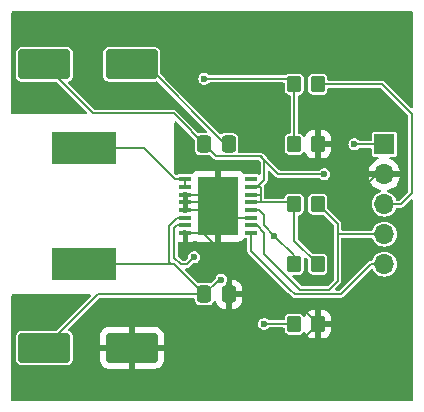
<source format=gbr>
%TF.GenerationSoftware,KiCad,Pcbnew,7.0.11+dfsg-1build4*%
%TF.CreationDate,2026-01-16T21:01:49-05:00*%
%TF.ProjectId,tps6103x,74707336-3130-4337-982e-6b696361645f,rev?*%
%TF.SameCoordinates,Original*%
%TF.FileFunction,Copper,L1,Top*%
%TF.FilePolarity,Positive*%
%FSLAX46Y46*%
G04 Gerber Fmt 4.6, Leading zero omitted, Abs format (unit mm)*
G04 Created by KiCad (PCBNEW 7.0.11+dfsg-1build4) date 2026-01-16 21:01:49*
%MOMM*%
%LPD*%
G01*
G04 APERTURE LIST*
G04 Aperture macros list*
%AMRoundRect*
0 Rectangle with rounded corners*
0 $1 Rounding radius*
0 $2 $3 $4 $5 $6 $7 $8 $9 X,Y pos of 4 corners*
0 Add a 4 corners polygon primitive as box body*
4,1,4,$2,$3,$4,$5,$6,$7,$8,$9,$2,$3,0*
0 Add four circle primitives for the rounded corners*
1,1,$1+$1,$2,$3*
1,1,$1+$1,$4,$5*
1,1,$1+$1,$6,$7*
1,1,$1+$1,$8,$9*
0 Add four rect primitives between the rounded corners*
20,1,$1+$1,$2,$3,$4,$5,0*
20,1,$1+$1,$4,$5,$6,$7,0*
20,1,$1+$1,$6,$7,$8,$9,0*
20,1,$1+$1,$8,$9,$2,$3,0*%
G04 Aperture macros list end*
%TA.AperFunction,SMDPad,CuDef*%
%ADD10R,1.050000X0.450000*%
%TD*%
%TA.AperFunction,SMDPad,CuDef*%
%ADD11R,3.400000X5.000000*%
%TD*%
%TA.AperFunction,SMDPad,CuDef*%
%ADD12RoundRect,0.250000X-1.950000X-1.000000X1.950000X-1.000000X1.950000X1.000000X-1.950000X1.000000X0*%
%TD*%
%TA.AperFunction,SMDPad,CuDef*%
%ADD13RoundRect,0.250000X0.350000X0.450000X-0.350000X0.450000X-0.350000X-0.450000X0.350000X-0.450000X0*%
%TD*%
%TA.AperFunction,SMDPad,CuDef*%
%ADD14RoundRect,0.250000X-0.337500X-0.475000X0.337500X-0.475000X0.337500X0.475000X-0.337500X0.475000X0*%
%TD*%
%TA.AperFunction,SMDPad,CuDef*%
%ADD15R,5.400000X2.800000*%
%TD*%
%TA.AperFunction,SMDPad,CuDef*%
%ADD16RoundRect,0.250000X-0.350000X-0.450000X0.350000X-0.450000X0.350000X0.450000X-0.350000X0.450000X0*%
%TD*%
%TA.AperFunction,ComponentPad*%
%ADD17R,1.700000X1.700000*%
%TD*%
%TA.AperFunction,ComponentPad*%
%ADD18O,1.700000X1.700000*%
%TD*%
%TA.AperFunction,ViaPad*%
%ADD19C,0.600000*%
%TD*%
%TA.AperFunction,Conductor*%
%ADD20C,0.200000*%
%TD*%
G04 APERTURE END LIST*
D10*
%TO.P,U1,1,SW*%
%TO.N,Net-(L1-Pad2)*%
X115225000Y-114725000D03*
%TO.P,U1,2,SW*%
X115225000Y-115375000D03*
%TO.P,U1,3,PGND*%
%TO.N,GND*%
X115225000Y-116025000D03*
%TO.P,U1,4,PGND*%
X115225000Y-116675000D03*
%TO.P,U1,5,PGND*%
X115225000Y-117325000D03*
%TO.P,U1,6,VBAT*%
%TO.N,/VIN*%
X115225000Y-117975000D03*
%TO.P,U1,7,LBI*%
%TO.N,Net-(U1-LBI)*%
X115225000Y-118625000D03*
%TO.P,U1,8,SYNC*%
%TO.N,GND*%
X115225000Y-119275000D03*
%TO.P,U1,9,EN*%
%TO.N,/EN*%
X120775000Y-119275000D03*
%TO.P,U1,10,LBO*%
%TO.N,/LBO*%
X120775000Y-118625000D03*
%TO.P,U1,11,GND*%
%TO.N,GND*%
X120775000Y-117975000D03*
%TO.P,U1,12,FB*%
%TO.N,Net-(U1-FB)*%
X120775000Y-117325000D03*
%TO.P,U1,13,VOUT*%
%TO.N,/VOUT*%
X120775000Y-116675000D03*
%TO.P,U1,14,VOUT*%
X120775000Y-116025000D03*
%TO.P,U1,15,VOUT*%
X120775000Y-115375000D03*
%TO.P,U1,16,NC*%
%TO.N,unconnected-(U1-NC-Pad16)*%
X120775000Y-114725000D03*
D11*
%TO.P,U1,17,PAD*%
%TO.N,GND*%
X118000000Y-117000000D03*
%TD*%
D12*
%TO.P,C4,1*%
%TO.N,/VIN*%
X103300000Y-129000000D03*
%TO.P,C4,2*%
%TO.N,GND*%
X110700000Y-129000000D03*
%TD*%
D13*
%TO.P,R3,1*%
%TO.N,/VOUT*%
X126460000Y-121920000D03*
%TO.P,R3,2*%
%TO.N,Net-(U1-FB)*%
X124460000Y-121920000D03*
%TD*%
D14*
%TO.P,C1,1*%
%TO.N,/VIN*%
X116840000Y-124460000D03*
%TO.P,C1,2*%
%TO.N,GND*%
X118915000Y-124460000D03*
%TD*%
D15*
%TO.P,L1,1,1*%
%TO.N,/VIN*%
X106680000Y-121900000D03*
%TO.P,L1,2,2*%
%TO.N,Net-(L1-Pad2)*%
X106680000Y-112100000D03*
%TD*%
D13*
%TO.P,R1,1*%
%TO.N,/VIN*%
X126460000Y-106680000D03*
%TO.P,R1,2*%
%TO.N,Net-(U1-LBI)*%
X124460000Y-106680000D03*
%TD*%
D16*
%TO.P,R5,1*%
%TO.N,/VOUT*%
X124460000Y-116840000D03*
%TO.P,R5,2*%
%TO.N,/LBO*%
X126460000Y-116840000D03*
%TD*%
D12*
%TO.P,C3,1*%
%TO.N,/VOUT*%
X103300000Y-105000000D03*
%TO.P,C3,2*%
%TO.N,Net-(C2-Pad2)*%
X110700000Y-105000000D03*
%TD*%
D16*
%TO.P,R4,1*%
%TO.N,Net-(U1-FB)*%
X124460000Y-127000000D03*
%TO.P,R4,2*%
%TO.N,GND*%
X126460000Y-127000000D03*
%TD*%
D17*
%TO.P,J1,1,Pin_1*%
%TO.N,/VOUT*%
X132080000Y-111760000D03*
D18*
%TO.P,J1,2,Pin_2*%
%TO.N,GND*%
X132080000Y-114300000D03*
%TO.P,J1,3,Pin_3*%
%TO.N,/VIN*%
X132080000Y-116840000D03*
%TO.P,J1,4,Pin_4*%
%TO.N,/LBO*%
X132080000Y-119380000D03*
%TO.P,J1,5,Pin_5*%
%TO.N,/EN*%
X132080000Y-121920000D03*
%TD*%
D14*
%TO.P,C2,1*%
%TO.N,/VOUT*%
X116840000Y-111760000D03*
%TO.P,C2,2*%
%TO.N,Net-(C2-Pad2)*%
X118915000Y-111760000D03*
%TD*%
D16*
%TO.P,R2,1*%
%TO.N,Net-(U1-LBI)*%
X124460000Y-111760000D03*
%TO.P,R2,2*%
%TO.N,GND*%
X126460000Y-111760000D03*
%TD*%
D19*
%TO.N,Net-(U1-LBI)*%
X115988600Y-121320100D03*
X116840000Y-106227000D03*
%TO.N,Net-(U1-FB)*%
X122779300Y-119492600D03*
X121900500Y-126975000D03*
%TO.N,/VIN*%
X118291000Y-123217000D03*
%TO.N,/VOUT*%
X127000000Y-114300000D03*
X129540000Y-111760000D03*
%TD*%
D20*
%TO.N,GND*%
X118000000Y-117000000D02*
X118163500Y-117163400D01*
X118975000Y-117975000D02*
X120775000Y-117975000D01*
X123920000Y-124460000D02*
X118915000Y-124460000D01*
X115225000Y-119275000D02*
X116735000Y-119275000D01*
X129540000Y-116840000D02*
X130830000Y-118130000D01*
X110700000Y-129000000D02*
X124460000Y-129000000D01*
X129540000Y-116264100D02*
X129540000Y-116840000D01*
X131504100Y-114300000D02*
X129540000Y-116264100D01*
X116840000Y-119380000D02*
X116735000Y-119275000D01*
X134400000Y-119160000D02*
X134400000Y-122966250D01*
X130830000Y-118130000D02*
X133370000Y-118130000D01*
X128388100Y-111760000D02*
X126460000Y-111760000D01*
X115225000Y-116025000D02*
X117025000Y-116025000D01*
X117675000Y-116675000D02*
X118000000Y-117000000D01*
X118163500Y-117163400D02*
X118975000Y-117975000D01*
X133370000Y-118130000D02*
X134400000Y-119160000D01*
X124460000Y-129000000D02*
X126460000Y-127000000D01*
X130928100Y-114300000D02*
X128388100Y-111760000D01*
X134400000Y-122966250D02*
X130366250Y-127000000D01*
X115225000Y-117325000D02*
X117675000Y-117325000D01*
X130366250Y-127000000D02*
X126460000Y-127000000D01*
X131504100Y-114300000D02*
X130928100Y-114300000D01*
X118915000Y-121455000D02*
X116840000Y-119380000D01*
X132080000Y-114300000D02*
X131504100Y-114300000D01*
X118915000Y-124460000D02*
X118915000Y-121455000D01*
X115225000Y-116675000D02*
X117675000Y-116675000D01*
X117025000Y-116025000D02*
X118000000Y-117000000D01*
X126460000Y-127000000D02*
X123920000Y-124460000D01*
X117675000Y-117325000D02*
X118000000Y-117000000D01*
%TO.N,Net-(C2-Pad2)*%
X118624200Y-111760000D02*
X118915000Y-111760000D01*
X111864200Y-105000000D02*
X118624200Y-111760000D01*
X110700000Y-105000000D02*
X111864200Y-105000000D01*
%TO.N,Net-(L1-Pad2)*%
X106680000Y-112100000D02*
X111773100Y-112100000D01*
X115225000Y-114725000D02*
X115225000Y-115375000D01*
X111773100Y-112100000D02*
X114398100Y-114725000D01*
X115225000Y-114725000D02*
X114398100Y-114725000D01*
%TO.N,Net-(U1-LBI)*%
X124007000Y-106227000D02*
X124460000Y-106680000D01*
X114865686Y-121920000D02*
X115388700Y-121920000D01*
X115388700Y-121920000D02*
X115988600Y-121320100D01*
X124460000Y-111760000D02*
X124460000Y-106680000D01*
X114300000Y-118850000D02*
X114300000Y-121354314D01*
X116840000Y-106227000D02*
X124007000Y-106227000D01*
X115225000Y-118625000D02*
X114525000Y-118625000D01*
X114525000Y-118625000D02*
X114300000Y-118850000D01*
X114300000Y-121354314D02*
X114865686Y-121920000D01*
%TO.N,Net-(U1-FB)*%
X121900500Y-126975000D02*
X124435000Y-126975000D01*
X122779300Y-119492600D02*
X122779300Y-119618100D01*
X122779300Y-119618100D02*
X122779300Y-119492600D01*
X121920000Y-117770000D02*
X121475000Y-117325000D01*
X124460000Y-121173300D02*
X122779300Y-119492600D01*
X122779300Y-119492600D02*
X121920000Y-118633300D01*
X121920000Y-118633300D02*
X121920000Y-117770000D01*
X124460000Y-121920000D02*
X124460000Y-121173300D01*
X124435000Y-126975000D02*
X124460000Y-127000000D01*
X121475000Y-117325000D02*
X120775000Y-117325000D01*
%TO.N,/VIN*%
X103300000Y-129000000D02*
X107840000Y-124460000D01*
X113991000Y-121900000D02*
X113849854Y-121758853D01*
X114525000Y-117975000D02*
X115225000Y-117975000D01*
X118083000Y-123217000D02*
X116840000Y-124460000D01*
X133468100Y-116840000D02*
X132080000Y-116840000D01*
X131892950Y-106680000D02*
X134400000Y-109187050D01*
X107840000Y-124460000D02*
X116840000Y-124460000D01*
X134400000Y-115908100D02*
X133468100Y-116840000D01*
X134400000Y-109187050D02*
X134400000Y-115908100D01*
X114280000Y-121900000D02*
X116840000Y-124460000D01*
X126460000Y-106680000D02*
X131892950Y-106680000D01*
X118291000Y-123217000D02*
X118083000Y-123217000D01*
X113991000Y-121900000D02*
X114280000Y-121900000D01*
X106680000Y-121900000D02*
X113991000Y-121900000D01*
X113849854Y-121758853D02*
X113849854Y-118650146D01*
X113849854Y-118650146D02*
X114525000Y-117975000D01*
%TO.N,/VOUT*%
X114236400Y-109156400D02*
X117866400Y-112786400D01*
X121501000Y-116675000D02*
X121601900Y-116675000D01*
X121302000Y-115375000D02*
X121601900Y-115375000D01*
X107456400Y-109156400D02*
X114236400Y-109156400D01*
X117866400Y-112786400D02*
X121600400Y-112786400D01*
X121302000Y-115375000D02*
X121920000Y-114757000D01*
X129540000Y-111760000D02*
X132080000Y-111760000D01*
X103300000Y-105000000D02*
X107456400Y-109156400D01*
X121275500Y-115375000D02*
X121302000Y-115375000D01*
X121600400Y-112786400D02*
X121601900Y-112787900D01*
X120775000Y-116675000D02*
X121501000Y-116675000D01*
X121920000Y-113106000D02*
X121601900Y-112787900D01*
X123114000Y-114300000D02*
X127000000Y-114300000D01*
X124460000Y-116840000D02*
X124460000Y-119920000D01*
X121601900Y-116025000D02*
X121601900Y-116675000D01*
X124295000Y-116675000D02*
X124460000Y-116840000D01*
X121600400Y-112786400D02*
X123114000Y-114300000D01*
X121601900Y-116675000D02*
X124295000Y-116675000D01*
X114236400Y-109156400D02*
X116840000Y-111760000D01*
X121920000Y-114757000D02*
X121920000Y-113106000D01*
X121601900Y-115375000D02*
X121601900Y-116025000D01*
X124460000Y-119920000D02*
X126460000Y-121920000D01*
X120775000Y-116025000D02*
X121601900Y-116025000D01*
X120775000Y-115375000D02*
X121275500Y-115375000D01*
%TO.N,/LBO*%
X124938000Y-124060000D02*
X121920000Y-121042000D01*
X128130600Y-123329400D02*
X127400000Y-124060000D01*
X121302000Y-118625000D02*
X120775000Y-118625000D01*
X121920000Y-121042000D02*
X121920000Y-119243000D01*
X128130600Y-119380000D02*
X128130600Y-123329400D01*
X132080000Y-119380000D02*
X128130600Y-119380000D01*
X126460000Y-116840000D02*
X128130600Y-118510600D01*
X121920000Y-119243000D02*
X121302000Y-118625000D01*
X127400000Y-124060000D02*
X124938000Y-124060000D01*
X128130600Y-118510600D02*
X128130600Y-119380000D01*
%TO.N,/EN*%
X124085686Y-124060000D02*
X124060000Y-124060000D01*
X130928100Y-121920000D02*
X128388100Y-124460000D01*
X128388100Y-124460000D02*
X124485686Y-124460000D01*
X120775000Y-120775000D02*
X120775000Y-119275000D01*
X124485686Y-124460000D02*
X124085686Y-124060000D01*
X132080000Y-121920000D02*
X130928100Y-121920000D01*
X124060000Y-124060000D02*
X120775000Y-120775000D01*
%TD*%
%TA.AperFunction,Conductor*%
%TO.N,GND*%
G36*
X134442539Y-100520185D02*
G01*
X134488294Y-100572989D01*
X134499500Y-100624500D01*
X134499500Y-108562217D01*
X134479815Y-108629256D01*
X134427011Y-108675011D01*
X134357853Y-108684955D01*
X134294297Y-108655930D01*
X134287819Y-108649898D01*
X132152912Y-106514991D01*
X132141637Y-106502035D01*
X132136905Y-106495768D01*
X132102633Y-106464525D01*
X132098510Y-106460589D01*
X132085747Y-106447826D01*
X132085746Y-106447825D01*
X132085744Y-106447823D01*
X132082027Y-106444737D01*
X132073629Y-106438084D01*
X132053883Y-106420084D01*
X132047420Y-106417580D01*
X132022142Y-106404256D01*
X132016431Y-106400344D01*
X132016428Y-106400343D01*
X132016429Y-106400343D01*
X131990433Y-106394228D01*
X131974039Y-106389151D01*
X131949124Y-106379500D01*
X131949123Y-106379500D01*
X131942199Y-106379500D01*
X131913808Y-106376206D01*
X131907069Y-106374621D01*
X131880616Y-106378311D01*
X131863486Y-106379500D01*
X127384500Y-106379500D01*
X127317461Y-106359815D01*
X127271706Y-106307011D01*
X127260500Y-106255500D01*
X127260500Y-106175730D01*
X127257646Y-106145300D01*
X127257646Y-106145298D01*
X127212793Y-106017119D01*
X127212792Y-106017117D01*
X127132150Y-105907850D01*
X127022882Y-105827207D01*
X127022880Y-105827206D01*
X126894700Y-105782353D01*
X126864270Y-105779500D01*
X126864266Y-105779500D01*
X126055734Y-105779500D01*
X126055730Y-105779500D01*
X126025300Y-105782353D01*
X126025298Y-105782353D01*
X125897119Y-105827206D01*
X125897117Y-105827207D01*
X125787850Y-105907850D01*
X125707207Y-106017117D01*
X125707206Y-106017119D01*
X125662353Y-106145298D01*
X125662353Y-106145300D01*
X125659500Y-106175730D01*
X125659500Y-107184269D01*
X125662353Y-107214699D01*
X125662353Y-107214701D01*
X125707206Y-107342880D01*
X125707207Y-107342882D01*
X125787850Y-107452150D01*
X125897118Y-107532793D01*
X125939845Y-107547744D01*
X126025299Y-107577646D01*
X126055730Y-107580500D01*
X126055734Y-107580500D01*
X126864270Y-107580500D01*
X126894699Y-107577646D01*
X126894701Y-107577646D01*
X126958790Y-107555219D01*
X127022882Y-107532793D01*
X127132150Y-107452150D01*
X127212793Y-107342882D01*
X127235219Y-107278790D01*
X127257646Y-107214701D01*
X127257646Y-107214699D01*
X127260500Y-107184269D01*
X127260500Y-107104500D01*
X127280185Y-107037461D01*
X127332989Y-106991706D01*
X127384500Y-106980500D01*
X131717117Y-106980500D01*
X131784156Y-107000185D01*
X131804798Y-107016819D01*
X134063181Y-109275202D01*
X134096666Y-109336525D01*
X134099500Y-109362883D01*
X134099500Y-115732267D01*
X134079815Y-115799306D01*
X134063181Y-115819948D01*
X133379948Y-116503181D01*
X133318625Y-116536666D01*
X133292267Y-116539500D01*
X133178579Y-116539500D01*
X133111540Y-116519815D01*
X133065785Y-116467011D01*
X133059919Y-116451497D01*
X133058024Y-116445251D01*
X133055232Y-116436046D01*
X132957685Y-116253550D01*
X132894959Y-116177118D01*
X132826410Y-116093589D01*
X132666452Y-115962317D01*
X132666453Y-115962317D01*
X132666450Y-115962315D01*
X132483954Y-115864768D01*
X132417447Y-115844593D01*
X132359009Y-115806296D01*
X132330553Y-115742484D01*
X132341113Y-115673417D01*
X132387337Y-115621023D01*
X132421350Y-115606158D01*
X132543483Y-115573433D01*
X132543492Y-115573429D01*
X132757578Y-115473600D01*
X132951082Y-115338105D01*
X133118105Y-115171082D01*
X133253600Y-114977578D01*
X133353429Y-114763492D01*
X133353432Y-114763486D01*
X133410636Y-114550000D01*
X132513686Y-114550000D01*
X132539493Y-114509844D01*
X132580000Y-114371889D01*
X132580000Y-114228111D01*
X132539493Y-114090156D01*
X132513686Y-114050000D01*
X133410636Y-114050000D01*
X133410635Y-114049999D01*
X133353432Y-113836513D01*
X133353429Y-113836507D01*
X133253600Y-113622422D01*
X133253599Y-113622420D01*
X133118113Y-113428926D01*
X133118108Y-113428920D01*
X132951082Y-113261894D01*
X132757578Y-113126399D01*
X132587052Y-113046882D01*
X132534613Y-113000710D01*
X132515461Y-112933516D01*
X132535677Y-112866635D01*
X132588842Y-112821300D01*
X132639457Y-112810500D01*
X132949750Y-112810500D01*
X132949751Y-112810499D01*
X132964568Y-112807552D01*
X133008229Y-112798868D01*
X133008229Y-112798867D01*
X133008231Y-112798867D01*
X133074552Y-112754552D01*
X133118867Y-112688231D01*
X133118867Y-112688229D01*
X133118868Y-112688229D01*
X133130499Y-112629752D01*
X133130500Y-112629750D01*
X133130500Y-110890249D01*
X133130499Y-110890247D01*
X133118868Y-110831770D01*
X133118867Y-110831769D01*
X133074552Y-110765447D01*
X133008230Y-110721132D01*
X133008229Y-110721131D01*
X132949752Y-110709500D01*
X132949748Y-110709500D01*
X131210252Y-110709500D01*
X131210247Y-110709500D01*
X131151770Y-110721131D01*
X131151769Y-110721132D01*
X131085447Y-110765447D01*
X131041132Y-110831769D01*
X131041131Y-110831770D01*
X131029500Y-110890247D01*
X131029500Y-111335500D01*
X131009815Y-111402539D01*
X130957011Y-111448294D01*
X130905500Y-111459500D01*
X129998501Y-111459500D01*
X129931462Y-111439815D01*
X129904788Y-111416703D01*
X129892515Y-111402539D01*
X129871128Y-111377857D01*
X129750053Y-111300047D01*
X129750051Y-111300046D01*
X129750049Y-111300045D01*
X129750050Y-111300045D01*
X129611963Y-111259500D01*
X129611961Y-111259500D01*
X129468039Y-111259500D01*
X129468036Y-111259500D01*
X129329949Y-111300045D01*
X129208873Y-111377856D01*
X129114623Y-111486626D01*
X129114622Y-111486628D01*
X129054834Y-111617543D01*
X129034353Y-111760000D01*
X129054834Y-111902456D01*
X129103949Y-112010000D01*
X129114623Y-112033373D01*
X129208872Y-112142143D01*
X129329947Y-112219953D01*
X129329950Y-112219954D01*
X129329949Y-112219954D01*
X129437107Y-112251417D01*
X129466288Y-112259986D01*
X129468036Y-112260499D01*
X129468038Y-112260500D01*
X129468039Y-112260500D01*
X129611962Y-112260500D01*
X129611962Y-112260499D01*
X129750053Y-112219953D01*
X129871128Y-112142143D01*
X129904788Y-112103296D01*
X129963567Y-112065523D01*
X129998501Y-112060500D01*
X130905500Y-112060500D01*
X130972539Y-112080185D01*
X131018294Y-112132989D01*
X131029500Y-112184500D01*
X131029500Y-112629752D01*
X131041131Y-112688229D01*
X131041132Y-112688230D01*
X131085447Y-112754552D01*
X131151769Y-112798867D01*
X131151770Y-112798868D01*
X131210247Y-112810499D01*
X131210250Y-112810500D01*
X131520543Y-112810500D01*
X131587582Y-112830185D01*
X131633337Y-112882989D01*
X131643281Y-112952147D01*
X131614256Y-113015703D01*
X131572948Y-113046882D01*
X131402422Y-113126399D01*
X131402420Y-113126400D01*
X131208926Y-113261886D01*
X131208920Y-113261891D01*
X131041891Y-113428920D01*
X131041886Y-113428926D01*
X130906400Y-113622420D01*
X130906399Y-113622422D01*
X130806570Y-113836507D01*
X130806567Y-113836513D01*
X130749364Y-114049999D01*
X130749364Y-114050000D01*
X131646314Y-114050000D01*
X131620507Y-114090156D01*
X131580000Y-114228111D01*
X131580000Y-114371889D01*
X131620507Y-114509844D01*
X131646314Y-114550000D01*
X130749364Y-114550000D01*
X130806567Y-114763486D01*
X130806570Y-114763492D01*
X130906399Y-114977578D01*
X131041894Y-115171082D01*
X131208917Y-115338105D01*
X131402421Y-115473600D01*
X131616507Y-115573429D01*
X131616516Y-115573433D01*
X131738649Y-115606158D01*
X131798310Y-115642523D01*
X131828839Y-115705369D01*
X131820545Y-115774745D01*
X131776059Y-115828623D01*
X131742552Y-115844593D01*
X131676046Y-115864767D01*
X131564296Y-115924500D01*
X131493550Y-115962315D01*
X131493548Y-115962316D01*
X131493547Y-115962317D01*
X131333589Y-116093589D01*
X131202317Y-116253547D01*
X131104769Y-116436043D01*
X131044699Y-116634067D01*
X131024417Y-116840000D01*
X131044699Y-117045932D01*
X131048173Y-117057384D01*
X131104768Y-117243954D01*
X131202315Y-117426450D01*
X131202317Y-117426452D01*
X131333589Y-117586410D01*
X131364953Y-117612149D01*
X131493550Y-117717685D01*
X131676046Y-117815232D01*
X131874066Y-117875300D01*
X131874065Y-117875300D01*
X131892529Y-117877118D01*
X132080000Y-117895583D01*
X132285934Y-117875300D01*
X132483954Y-117815232D01*
X132666450Y-117717685D01*
X132826410Y-117586410D01*
X132957685Y-117426450D01*
X133055232Y-117243954D01*
X133059919Y-117228503D01*
X133098217Y-117170065D01*
X133162030Y-117141609D01*
X133178579Y-117140500D01*
X133400962Y-117140500D01*
X133418090Y-117141689D01*
X133425861Y-117142772D01*
X133425861Y-117142771D01*
X133425865Y-117142773D01*
X133472180Y-117140632D01*
X133477905Y-117140500D01*
X133495943Y-117140500D01*
X133495944Y-117140500D01*
X133495944Y-117140499D01*
X133500831Y-117140046D01*
X133511418Y-117138817D01*
X133538092Y-117137585D01*
X133544422Y-117134789D01*
X133571729Y-117126332D01*
X133578533Y-117125061D01*
X133578535Y-117125059D01*
X133578537Y-117125059D01*
X133601238Y-117111003D01*
X133616425Y-117102996D01*
X133640865Y-117092206D01*
X133645761Y-117087309D01*
X133668169Y-117069561D01*
X133674052Y-117065919D01*
X133690153Y-117044595D01*
X133701414Y-117031655D01*
X134287820Y-116445250D01*
X134349142Y-116411766D01*
X134418834Y-116416750D01*
X134474767Y-116458622D01*
X134499184Y-116524086D01*
X134499500Y-116532932D01*
X134499500Y-133375500D01*
X134479815Y-133442539D01*
X134427011Y-133488294D01*
X134375500Y-133499500D01*
X100624500Y-133499500D01*
X100557461Y-133479815D01*
X100511706Y-133427011D01*
X100500500Y-133375500D01*
X100500500Y-124584000D01*
X100520185Y-124516961D01*
X100572989Y-124471206D01*
X100624500Y-124460000D01*
X107115667Y-124460000D01*
X107182706Y-124479685D01*
X107228461Y-124532489D01*
X107238405Y-124601647D01*
X107209380Y-124665203D01*
X107203348Y-124671681D01*
X104361848Y-127513181D01*
X104300525Y-127546666D01*
X104274167Y-127549500D01*
X101295730Y-127549500D01*
X101265300Y-127552353D01*
X101265298Y-127552353D01*
X101137119Y-127597206D01*
X101137117Y-127597207D01*
X101027850Y-127677850D01*
X100947207Y-127787117D01*
X100947206Y-127787119D01*
X100902353Y-127915298D01*
X100902353Y-127915300D01*
X100899500Y-127945730D01*
X100899500Y-130054269D01*
X100902353Y-130084699D01*
X100902353Y-130084701D01*
X100947206Y-130212880D01*
X100947207Y-130212882D01*
X101027850Y-130322150D01*
X101137118Y-130402793D01*
X101179845Y-130417744D01*
X101265299Y-130447646D01*
X101295730Y-130450500D01*
X101295734Y-130450500D01*
X105304270Y-130450500D01*
X105334699Y-130447646D01*
X105334701Y-130447646D01*
X105398790Y-130425219D01*
X105462882Y-130402793D01*
X105572150Y-130322150D01*
X105652793Y-130212882D01*
X105675219Y-130148790D01*
X105697646Y-130084701D01*
X105697646Y-130084699D01*
X105700500Y-130054269D01*
X105700500Y-129250000D01*
X108000001Y-129250000D01*
X108000001Y-130049986D01*
X108010494Y-130152697D01*
X108065641Y-130319119D01*
X108065643Y-130319124D01*
X108157684Y-130468345D01*
X108281654Y-130592315D01*
X108430875Y-130684356D01*
X108430880Y-130684358D01*
X108597302Y-130739505D01*
X108597309Y-130739506D01*
X108700019Y-130749999D01*
X110449999Y-130749999D01*
X110450000Y-130749998D01*
X110450000Y-129250000D01*
X110950000Y-129250000D01*
X110950000Y-130749999D01*
X112699972Y-130749999D01*
X112699986Y-130749998D01*
X112802697Y-130739505D01*
X112969119Y-130684358D01*
X112969124Y-130684356D01*
X113118345Y-130592315D01*
X113242315Y-130468345D01*
X113334356Y-130319124D01*
X113334358Y-130319119D01*
X113389505Y-130152697D01*
X113389506Y-130152690D01*
X113399999Y-130049986D01*
X113400000Y-130049973D01*
X113400000Y-129250000D01*
X110950000Y-129250000D01*
X110450000Y-129250000D01*
X108000001Y-129250000D01*
X105700500Y-129250000D01*
X105700500Y-128750000D01*
X108000000Y-128750000D01*
X110450000Y-128750000D01*
X110450000Y-127250000D01*
X110950000Y-127250000D01*
X110950000Y-128750000D01*
X113399999Y-128750000D01*
X113399999Y-127950028D01*
X113399998Y-127950013D01*
X113389505Y-127847302D01*
X113334358Y-127680880D01*
X113334356Y-127680875D01*
X113242315Y-127531654D01*
X113118345Y-127407684D01*
X112969124Y-127315643D01*
X112969119Y-127315641D01*
X112802697Y-127260494D01*
X112802690Y-127260493D01*
X112699986Y-127250000D01*
X110950000Y-127250000D01*
X110450000Y-127250000D01*
X108700028Y-127250000D01*
X108700012Y-127250001D01*
X108597302Y-127260494D01*
X108430880Y-127315641D01*
X108430875Y-127315643D01*
X108281654Y-127407684D01*
X108157684Y-127531654D01*
X108065643Y-127680875D01*
X108065641Y-127680880D01*
X108010494Y-127847302D01*
X108010493Y-127847309D01*
X108000000Y-127950013D01*
X108000000Y-128750000D01*
X105700500Y-128750000D01*
X105700500Y-127945730D01*
X105697646Y-127915300D01*
X105697646Y-127915298D01*
X105652793Y-127787119D01*
X105652792Y-127787117D01*
X105639513Y-127769124D01*
X105572150Y-127677850D01*
X105462882Y-127597207D01*
X105462879Y-127597206D01*
X105400899Y-127575518D01*
X105344124Y-127534796D01*
X105318377Y-127469843D01*
X105331834Y-127401281D01*
X105354171Y-127370799D01*
X105749970Y-126975000D01*
X121394853Y-126975000D01*
X121415334Y-127117456D01*
X121475122Y-127248371D01*
X121475123Y-127248373D01*
X121569372Y-127357143D01*
X121690447Y-127434953D01*
X121690450Y-127434954D01*
X121690449Y-127434954D01*
X121828536Y-127475499D01*
X121828538Y-127475500D01*
X121828539Y-127475500D01*
X121972462Y-127475500D01*
X121972462Y-127475499D01*
X122110553Y-127434953D01*
X122231628Y-127357143D01*
X122265288Y-127318296D01*
X122324067Y-127280523D01*
X122359001Y-127275500D01*
X123535500Y-127275500D01*
X123602539Y-127295185D01*
X123648294Y-127347989D01*
X123659500Y-127399500D01*
X123659500Y-127504269D01*
X123662353Y-127534699D01*
X123662353Y-127534701D01*
X123701701Y-127647147D01*
X123707207Y-127662882D01*
X123787850Y-127772150D01*
X123897118Y-127852793D01*
X123939845Y-127867744D01*
X124025299Y-127897646D01*
X124055730Y-127900500D01*
X124055734Y-127900500D01*
X124864270Y-127900500D01*
X124894699Y-127897646D01*
X124894701Y-127897646D01*
X124958790Y-127875219D01*
X125022882Y-127852793D01*
X125132150Y-127772150D01*
X125193225Y-127689395D01*
X125248870Y-127647147D01*
X125318526Y-127641688D01*
X125380075Y-127674755D01*
X125410699Y-127724026D01*
X125425642Y-127769121D01*
X125425643Y-127769124D01*
X125517684Y-127918345D01*
X125641654Y-128042315D01*
X125790875Y-128134356D01*
X125790880Y-128134358D01*
X125957302Y-128189505D01*
X125957309Y-128189506D01*
X126060019Y-128199999D01*
X126209999Y-128199999D01*
X126210000Y-128199998D01*
X126210000Y-127250000D01*
X126710000Y-127250000D01*
X126710000Y-128199999D01*
X126859972Y-128199999D01*
X126859986Y-128199998D01*
X126962697Y-128189505D01*
X127129119Y-128134358D01*
X127129124Y-128134356D01*
X127278345Y-128042315D01*
X127402315Y-127918345D01*
X127494356Y-127769124D01*
X127494358Y-127769119D01*
X127549505Y-127602697D01*
X127549506Y-127602690D01*
X127559999Y-127499986D01*
X127560000Y-127499973D01*
X127560000Y-127250000D01*
X126710000Y-127250000D01*
X126210000Y-127250000D01*
X126210000Y-125800000D01*
X126710000Y-125800000D01*
X126710000Y-126750000D01*
X127559999Y-126750000D01*
X127559999Y-126500028D01*
X127559998Y-126500013D01*
X127549505Y-126397302D01*
X127494358Y-126230880D01*
X127494356Y-126230875D01*
X127402315Y-126081654D01*
X127278345Y-125957684D01*
X127129124Y-125865643D01*
X127129119Y-125865641D01*
X126962697Y-125810494D01*
X126962690Y-125810493D01*
X126859986Y-125800000D01*
X126710000Y-125800000D01*
X126210000Y-125800000D01*
X126060027Y-125800000D01*
X126060012Y-125800001D01*
X125957302Y-125810494D01*
X125790880Y-125865641D01*
X125790875Y-125865643D01*
X125641654Y-125957684D01*
X125517684Y-126081654D01*
X125425643Y-126230875D01*
X125425640Y-126230883D01*
X125410698Y-126275974D01*
X125370925Y-126333418D01*
X125306409Y-126360240D01*
X125237633Y-126347924D01*
X125193223Y-126310601D01*
X125132151Y-126227851D01*
X125022882Y-126147207D01*
X125022880Y-126147206D01*
X124894700Y-126102353D01*
X124864270Y-126099500D01*
X124864266Y-126099500D01*
X124055734Y-126099500D01*
X124055730Y-126099500D01*
X124025300Y-126102353D01*
X124025298Y-126102353D01*
X123897119Y-126147206D01*
X123897117Y-126147207D01*
X123787850Y-126227850D01*
X123707207Y-126337117D01*
X123707206Y-126337119D01*
X123662353Y-126465298D01*
X123662353Y-126465300D01*
X123659500Y-126495730D01*
X123659500Y-126550500D01*
X123639815Y-126617539D01*
X123587011Y-126663294D01*
X123535500Y-126674500D01*
X122359001Y-126674500D01*
X122291962Y-126654815D01*
X122265288Y-126631703D01*
X122253015Y-126617539D01*
X122231628Y-126592857D01*
X122110553Y-126515047D01*
X122110551Y-126515046D01*
X122110549Y-126515045D01*
X122110550Y-126515045D01*
X121972463Y-126474500D01*
X121972461Y-126474500D01*
X121828539Y-126474500D01*
X121828536Y-126474500D01*
X121690449Y-126515045D01*
X121569373Y-126592856D01*
X121475123Y-126701626D01*
X121475122Y-126701628D01*
X121415334Y-126832543D01*
X121394853Y-126975000D01*
X105749970Y-126975000D01*
X107928153Y-124796819D01*
X107989476Y-124763334D01*
X108015834Y-124760500D01*
X115928000Y-124760500D01*
X115995039Y-124780185D01*
X116040794Y-124832989D01*
X116052000Y-124884500D01*
X116052000Y-124989269D01*
X116054853Y-125019699D01*
X116054853Y-125019701D01*
X116099706Y-125147880D01*
X116099707Y-125147882D01*
X116180350Y-125257150D01*
X116289618Y-125337793D01*
X116332345Y-125352744D01*
X116417799Y-125382646D01*
X116448230Y-125385500D01*
X116448234Y-125385500D01*
X117231770Y-125385500D01*
X117262199Y-125382646D01*
X117262201Y-125382646D01*
X117326290Y-125360219D01*
X117390382Y-125337793D01*
X117499650Y-125257150D01*
X117580293Y-125147882D01*
X117602658Y-125083964D01*
X117643377Y-125027192D01*
X117708330Y-125001444D01*
X117776892Y-125014900D01*
X117827295Y-125063287D01*
X117837404Y-125085917D01*
X117893142Y-125254121D01*
X117893143Y-125254124D01*
X117985184Y-125403345D01*
X118109154Y-125527315D01*
X118258375Y-125619356D01*
X118258380Y-125619358D01*
X118424802Y-125674505D01*
X118424809Y-125674506D01*
X118527519Y-125684999D01*
X118664999Y-125684999D01*
X118665000Y-125684998D01*
X118665000Y-124710000D01*
X119165000Y-124710000D01*
X119165000Y-125684999D01*
X119302472Y-125684999D01*
X119302486Y-125684998D01*
X119405197Y-125674505D01*
X119571619Y-125619358D01*
X119571624Y-125619356D01*
X119720845Y-125527315D01*
X119844815Y-125403345D01*
X119936856Y-125254124D01*
X119936858Y-125254119D01*
X119992005Y-125087697D01*
X119992006Y-125087690D01*
X120002499Y-124984986D01*
X120002500Y-124984973D01*
X120002500Y-124710000D01*
X119165000Y-124710000D01*
X118665000Y-124710000D01*
X118665000Y-123595914D01*
X118684685Y-123528875D01*
X118695287Y-123514712D01*
X118716377Y-123490373D01*
X118776165Y-123359457D01*
X118794059Y-123235000D01*
X119165000Y-123235000D01*
X119165000Y-124210000D01*
X120002499Y-124210000D01*
X120002499Y-123935028D01*
X120002498Y-123935013D01*
X119992005Y-123832302D01*
X119936858Y-123665880D01*
X119936856Y-123665875D01*
X119844815Y-123516654D01*
X119720845Y-123392684D01*
X119571624Y-123300643D01*
X119571619Y-123300641D01*
X119405197Y-123245494D01*
X119405190Y-123245493D01*
X119302486Y-123235000D01*
X119165000Y-123235000D01*
X118794059Y-123235000D01*
X118796647Y-123217000D01*
X118776165Y-123074543D01*
X118716377Y-122943627D01*
X118622128Y-122834857D01*
X118501053Y-122757047D01*
X118501051Y-122757046D01*
X118501049Y-122757045D01*
X118501050Y-122757045D01*
X118362963Y-122716500D01*
X118362961Y-122716500D01*
X118219039Y-122716500D01*
X118219036Y-122716500D01*
X118080949Y-122757045D01*
X117959873Y-122834856D01*
X117865623Y-122943626D01*
X117865621Y-122943629D01*
X117819622Y-123044349D01*
X117794510Y-123080516D01*
X117372069Y-123502958D01*
X117310746Y-123536443D01*
X117269865Y-123536425D01*
X117269712Y-123538058D01*
X117231770Y-123534500D01*
X117231766Y-123534500D01*
X116448234Y-123534500D01*
X116448230Y-123534500D01*
X116410288Y-123538058D01*
X116410055Y-123535574D01*
X116352363Y-123531491D01*
X116307929Y-123502958D01*
X115237682Y-122432711D01*
X115204197Y-122371388D01*
X115209181Y-122301696D01*
X115251053Y-122245763D01*
X115316517Y-122221346D01*
X115342491Y-122222219D01*
X115346461Y-122222772D01*
X115346461Y-122222771D01*
X115346465Y-122222773D01*
X115392780Y-122220632D01*
X115398505Y-122220500D01*
X115416543Y-122220500D01*
X115416544Y-122220500D01*
X115416544Y-122220499D01*
X115421431Y-122220046D01*
X115432018Y-122218817D01*
X115458692Y-122217585D01*
X115465022Y-122214789D01*
X115492329Y-122206332D01*
X115499133Y-122205061D01*
X115499135Y-122205059D01*
X115499137Y-122205059D01*
X115521838Y-122191003D01*
X115537025Y-122182996D01*
X115561465Y-122172206D01*
X115566361Y-122167309D01*
X115588769Y-122149561D01*
X115594652Y-122145919D01*
X115610753Y-122124595D01*
X115622014Y-122111655D01*
X115876751Y-121856919D01*
X115938074Y-121823434D01*
X115964432Y-121820600D01*
X116060562Y-121820600D01*
X116060562Y-121820599D01*
X116198653Y-121780053D01*
X116319728Y-121702243D01*
X116413977Y-121593473D01*
X116473765Y-121462557D01*
X116494247Y-121320100D01*
X116473765Y-121177643D01*
X116413977Y-121046727D01*
X116319728Y-120937957D01*
X116198653Y-120860147D01*
X116198651Y-120860146D01*
X116198649Y-120860145D01*
X116198650Y-120860145D01*
X116060563Y-120819600D01*
X116060561Y-120819600D01*
X115916639Y-120819600D01*
X115916636Y-120819600D01*
X115778549Y-120860145D01*
X115657473Y-120937956D01*
X115563223Y-121046726D01*
X115563222Y-121046728D01*
X115503434Y-121177643D01*
X115482953Y-121320100D01*
X115482953Y-121320101D01*
X115484261Y-121329203D01*
X115474313Y-121398361D01*
X115449203Y-121434524D01*
X115300546Y-121583182D01*
X115239226Y-121616666D01*
X115212867Y-121619500D01*
X115041519Y-121619500D01*
X114974480Y-121599815D01*
X114953838Y-121583181D01*
X114636819Y-121266162D01*
X114603334Y-121204839D01*
X114600500Y-121178481D01*
X114600500Y-120124000D01*
X114620185Y-120056961D01*
X114672989Y-120011206D01*
X114724500Y-120000000D01*
X115000000Y-120000000D01*
X115000000Y-119174500D01*
X115019685Y-119107461D01*
X115072489Y-119061706D01*
X115124000Y-119050500D01*
X115326000Y-119050500D01*
X115393039Y-119070185D01*
X115438794Y-119122989D01*
X115450000Y-119174500D01*
X115450000Y-120000000D01*
X115797828Y-120000000D01*
X115797844Y-119999999D01*
X115857372Y-119993598D01*
X115857383Y-119993595D01*
X115981666Y-119947240D01*
X116051357Y-119942255D01*
X116068334Y-119947240D01*
X116192616Y-119993595D01*
X116192627Y-119993598D01*
X116252155Y-119999999D01*
X116252172Y-120000000D01*
X117750000Y-120000000D01*
X117750000Y-114000000D01*
X116252155Y-114000000D01*
X116192627Y-114006401D01*
X116192620Y-114006403D01*
X116057913Y-114056645D01*
X116057906Y-114056649D01*
X115942813Y-114142808D01*
X115862712Y-114249811D01*
X115806778Y-114291682D01*
X115763445Y-114299500D01*
X114680247Y-114299500D01*
X114621770Y-114311131D01*
X114621770Y-114311132D01*
X114578958Y-114339738D01*
X114512281Y-114360615D01*
X114444901Y-114342130D01*
X114422387Y-114324316D01*
X114336319Y-114238248D01*
X114302834Y-114176925D01*
X114300000Y-114150567D01*
X114300000Y-109944333D01*
X114319685Y-109877294D01*
X114372489Y-109831539D01*
X114441647Y-109821595D01*
X114505203Y-109850620D01*
X114511681Y-109856652D01*
X116015681Y-111360652D01*
X116049166Y-111421975D01*
X116052000Y-111448333D01*
X116052000Y-112289269D01*
X116054853Y-112319699D01*
X116054853Y-112319701D01*
X116099706Y-112447880D01*
X116099707Y-112447882D01*
X116180350Y-112557150D01*
X116289618Y-112637793D01*
X116332345Y-112652744D01*
X116417799Y-112682646D01*
X116448230Y-112685500D01*
X116448234Y-112685500D01*
X117231770Y-112685500D01*
X117269713Y-112681942D01*
X117269946Y-112684435D01*
X117327585Y-112688489D01*
X117372070Y-112717041D01*
X117606439Y-112951410D01*
X117617710Y-112964362D01*
X117622439Y-112970625D01*
X117656717Y-113001874D01*
X117660858Y-113005829D01*
X117673603Y-113018574D01*
X117677331Y-113021670D01*
X117685724Y-113028318D01*
X117694524Y-113036340D01*
X117705464Y-113046314D01*
X117705465Y-113046314D01*
X117705467Y-113046316D01*
X117711930Y-113048819D01*
X117737207Y-113062143D01*
X117742919Y-113066056D01*
X117768914Y-113072169D01*
X117785310Y-113077246D01*
X117810227Y-113086900D01*
X117817151Y-113086900D01*
X117845541Y-113090193D01*
X117852281Y-113091779D01*
X117875055Y-113088601D01*
X117878734Y-113088089D01*
X117895864Y-113086900D01*
X121424567Y-113086900D01*
X121491606Y-113106585D01*
X121512248Y-113123219D01*
X121583181Y-113194152D01*
X121616666Y-113255475D01*
X121619500Y-113281833D01*
X121619500Y-114240356D01*
X121599815Y-114307395D01*
X121547011Y-114353150D01*
X121477853Y-114363094D01*
X121426609Y-114343458D01*
X121378230Y-114311132D01*
X121378229Y-114311131D01*
X121319752Y-114299500D01*
X121319748Y-114299500D01*
X120236556Y-114299500D01*
X120169517Y-114279815D01*
X120137290Y-114249811D01*
X120057190Y-114142812D01*
X120057187Y-114142809D01*
X119942093Y-114056649D01*
X119942086Y-114056645D01*
X119807379Y-114006403D01*
X119807372Y-114006401D01*
X119747844Y-114000000D01*
X118250000Y-114000000D01*
X118250000Y-120000000D01*
X119747828Y-120000000D01*
X119747844Y-119999999D01*
X119807372Y-119993598D01*
X119807379Y-119993596D01*
X119942086Y-119943354D01*
X119942093Y-119943350D01*
X120057187Y-119857190D01*
X120057190Y-119857187D01*
X120137290Y-119750189D01*
X120193223Y-119708318D01*
X120236556Y-119700500D01*
X120350500Y-119700500D01*
X120417539Y-119720185D01*
X120463294Y-119772989D01*
X120474500Y-119824500D01*
X120474500Y-120707861D01*
X120473312Y-120724988D01*
X120472227Y-120732765D01*
X120474368Y-120779079D01*
X120474500Y-120784804D01*
X120474500Y-120802842D01*
X120474947Y-120807671D01*
X120476181Y-120818305D01*
X120477415Y-120844992D01*
X120477416Y-120844997D01*
X120480214Y-120851334D01*
X120488664Y-120878620D01*
X120489937Y-120885429D01*
X120489937Y-120885430D01*
X120489939Y-120885433D01*
X120504001Y-120908146D01*
X120511997Y-120923315D01*
X120522794Y-120947765D01*
X120522795Y-120947766D01*
X120522796Y-120947768D01*
X120527689Y-120952661D01*
X120545435Y-120975065D01*
X120549077Y-120980948D01*
X120549079Y-120980950D01*
X120549080Y-120980951D01*
X120549081Y-120980952D01*
X120555059Y-120985466D01*
X120570396Y-120997048D01*
X120583350Y-121008321D01*
X123800042Y-124225014D01*
X123811313Y-124237966D01*
X123816039Y-124244225D01*
X123850306Y-124275464D01*
X123854447Y-124279419D01*
X123867201Y-124292173D01*
X123870942Y-124295279D01*
X123879334Y-124301927D01*
X123899062Y-124319912D01*
X123899065Y-124319914D01*
X123899067Y-124319916D01*
X123905523Y-124322417D01*
X123930807Y-124335743D01*
X123936520Y-124339657D01*
X123939275Y-124341544D01*
X123956876Y-124356161D01*
X124225725Y-124625010D01*
X124236996Y-124637962D01*
X124241725Y-124644225D01*
X124241727Y-124644227D01*
X124241728Y-124644228D01*
X124256547Y-124657737D01*
X124276003Y-124675474D01*
X124280144Y-124679429D01*
X124292889Y-124692174D01*
X124296617Y-124695270D01*
X124305010Y-124701918D01*
X124313810Y-124709940D01*
X124324750Y-124719914D01*
X124324751Y-124719914D01*
X124324753Y-124719916D01*
X124331216Y-124722419D01*
X124356493Y-124735743D01*
X124362205Y-124739656D01*
X124388200Y-124745769D01*
X124404596Y-124750846D01*
X124429513Y-124760500D01*
X124436437Y-124760500D01*
X124464827Y-124763793D01*
X124471567Y-124765379D01*
X124494341Y-124762201D01*
X124498020Y-124761689D01*
X124515150Y-124760500D01*
X128320962Y-124760500D01*
X128338090Y-124761689D01*
X128345861Y-124762772D01*
X128345861Y-124762771D01*
X128345865Y-124762773D01*
X128392180Y-124760632D01*
X128397905Y-124760500D01*
X128415943Y-124760500D01*
X128415944Y-124760500D01*
X128415944Y-124760499D01*
X128420831Y-124760046D01*
X128431418Y-124758817D01*
X128458092Y-124757585D01*
X128464422Y-124754789D01*
X128491729Y-124746332D01*
X128498533Y-124745061D01*
X128498535Y-124745059D01*
X128498537Y-124745059D01*
X128521238Y-124731003D01*
X128536425Y-124722996D01*
X128560865Y-124712206D01*
X128565761Y-124707309D01*
X128588169Y-124689561D01*
X128594052Y-124685919D01*
X128610153Y-124664595D01*
X128621414Y-124651655D01*
X130932328Y-122340742D01*
X130993649Y-122307259D01*
X131063341Y-122312243D01*
X131119274Y-122354115D01*
X131129363Y-122369969D01*
X131202315Y-122506450D01*
X131202317Y-122506452D01*
X131333589Y-122666410D01*
X131364953Y-122692149D01*
X131493550Y-122797685D01*
X131676046Y-122895232D01*
X131874066Y-122955300D01*
X131874065Y-122955300D01*
X131892529Y-122957118D01*
X132080000Y-122975583D01*
X132285934Y-122955300D01*
X132483954Y-122895232D01*
X132666450Y-122797685D01*
X132826410Y-122666410D01*
X132957685Y-122506450D01*
X133055232Y-122323954D01*
X133115300Y-122125934D01*
X133135583Y-121920000D01*
X133115300Y-121714066D01*
X133055232Y-121516046D01*
X132957685Y-121333550D01*
X132894959Y-121257118D01*
X132826410Y-121173589D01*
X132671826Y-121046727D01*
X132666450Y-121042315D01*
X132483954Y-120944768D01*
X132285934Y-120884700D01*
X132285932Y-120884699D01*
X132285934Y-120884699D01*
X132080000Y-120864417D01*
X131874067Y-120884699D01*
X131676043Y-120944769D01*
X131608351Y-120980952D01*
X131493550Y-121042315D01*
X131493548Y-121042316D01*
X131493547Y-121042317D01*
X131333589Y-121173589D01*
X131205882Y-121329203D01*
X131202315Y-121333550D01*
X131163643Y-121405898D01*
X131104769Y-121516043D01*
X131104768Y-121516045D01*
X131100642Y-121529648D01*
X131062344Y-121588086D01*
X130998531Y-121616542D01*
X130981802Y-121616502D01*
X130981811Y-121616697D01*
X130970336Y-121617227D01*
X130970335Y-121617227D01*
X130926309Y-121619262D01*
X130924020Y-121619368D01*
X130918295Y-121619500D01*
X130900256Y-121619500D01*
X130900251Y-121619500D01*
X130895432Y-121619947D01*
X130884796Y-121621181D01*
X130858105Y-121622415D01*
X130858104Y-121622415D01*
X130851758Y-121625217D01*
X130824485Y-121633663D01*
X130817670Y-121634937D01*
X130817665Y-121634939D01*
X130794956Y-121648999D01*
X130779773Y-121657002D01*
X130755334Y-121667793D01*
X130750429Y-121672698D01*
X130728039Y-121690433D01*
X130722149Y-121694080D01*
X130722144Y-121694084D01*
X130706053Y-121715392D01*
X130694782Y-121728344D01*
X128299948Y-124123181D01*
X128238625Y-124156666D01*
X128212267Y-124159500D01*
X128024833Y-124159500D01*
X127957794Y-124139815D01*
X127912039Y-124087011D01*
X127902095Y-124017853D01*
X127931120Y-123954297D01*
X127937152Y-123947819D01*
X128167470Y-123717500D01*
X128295611Y-123589358D01*
X128308563Y-123578088D01*
X128314823Y-123573360D01*
X128314828Y-123573358D01*
X128346088Y-123539066D01*
X128350002Y-123534967D01*
X128362774Y-123522197D01*
X128362775Y-123522196D01*
X128365882Y-123518454D01*
X128372516Y-123510076D01*
X128390516Y-123490333D01*
X128393016Y-123483878D01*
X128406349Y-123458582D01*
X128410256Y-123452881D01*
X128416370Y-123426881D01*
X128421446Y-123410489D01*
X128431100Y-123385573D01*
X128431100Y-123378648D01*
X128434395Y-123350255D01*
X128435978Y-123343523D01*
X128435979Y-123343519D01*
X128432289Y-123317065D01*
X128431100Y-123299935D01*
X128431100Y-119804500D01*
X128450785Y-119737461D01*
X128503589Y-119691706D01*
X128555100Y-119680500D01*
X130981421Y-119680500D01*
X131048460Y-119700185D01*
X131094215Y-119752989D01*
X131100081Y-119768503D01*
X131104768Y-119783954D01*
X131202315Y-119966450D01*
X131223521Y-119992290D01*
X131333589Y-120126410D01*
X131366381Y-120153321D01*
X131493550Y-120257685D01*
X131676046Y-120355232D01*
X131874066Y-120415300D01*
X131874065Y-120415300D01*
X131892529Y-120417118D01*
X132080000Y-120435583D01*
X132285934Y-120415300D01*
X132483954Y-120355232D01*
X132666450Y-120257685D01*
X132826410Y-120126410D01*
X132957685Y-119966450D01*
X133055232Y-119783954D01*
X133115300Y-119585934D01*
X133135583Y-119380000D01*
X133115300Y-119174066D01*
X133055232Y-118976046D01*
X132957685Y-118793550D01*
X132848146Y-118660075D01*
X132826410Y-118633589D01*
X132674387Y-118508829D01*
X132666450Y-118502315D01*
X132496554Y-118411502D01*
X132483956Y-118404769D01*
X132483955Y-118404768D01*
X132483954Y-118404768D01*
X132285934Y-118344700D01*
X132285932Y-118344699D01*
X132285934Y-118344699D01*
X132080000Y-118324417D01*
X131874067Y-118344699D01*
X131676043Y-118404769D01*
X131577454Y-118457467D01*
X131493550Y-118502315D01*
X131493548Y-118502316D01*
X131493547Y-118502317D01*
X131333589Y-118633589D01*
X131202317Y-118793547D01*
X131104769Y-118976043D01*
X131104768Y-118976046D01*
X131100081Y-118991497D01*
X131061783Y-119049935D01*
X130997970Y-119078391D01*
X130981421Y-119079500D01*
X128555100Y-119079500D01*
X128488061Y-119059815D01*
X128442306Y-119007011D01*
X128431100Y-118955500D01*
X128431100Y-118577736D01*
X128432289Y-118560605D01*
X128433371Y-118552839D01*
X128433373Y-118552835D01*
X128431232Y-118506520D01*
X128431100Y-118500795D01*
X128431100Y-118482759D01*
X128430646Y-118477866D01*
X128429417Y-118467280D01*
X128428185Y-118440608D01*
X128425388Y-118434275D01*
X128416932Y-118406968D01*
X128415661Y-118400167D01*
X128401599Y-118377456D01*
X128393598Y-118362278D01*
X128382806Y-118337835D01*
X128377909Y-118332938D01*
X128360163Y-118310534D01*
X128356518Y-118304647D01*
X128356517Y-118304646D01*
X128335202Y-118288550D01*
X128322248Y-118277277D01*
X127296819Y-117251848D01*
X127263334Y-117190525D01*
X127260500Y-117164167D01*
X127260500Y-116335730D01*
X127257646Y-116305300D01*
X127257646Y-116305298D01*
X127212793Y-116177119D01*
X127212792Y-116177117D01*
X127132150Y-116067850D01*
X127022882Y-115987207D01*
X127022880Y-115987206D01*
X126894700Y-115942353D01*
X126864270Y-115939500D01*
X126864266Y-115939500D01*
X126055734Y-115939500D01*
X126055730Y-115939500D01*
X126025300Y-115942353D01*
X126025298Y-115942353D01*
X125897119Y-115987206D01*
X125897117Y-115987207D01*
X125787850Y-116067850D01*
X125707207Y-116177117D01*
X125707206Y-116177119D01*
X125662353Y-116305298D01*
X125662353Y-116305300D01*
X125659500Y-116335730D01*
X125659500Y-117344269D01*
X125662353Y-117374699D01*
X125662353Y-117374701D01*
X125707206Y-117502880D01*
X125707207Y-117502882D01*
X125787850Y-117612150D01*
X125897118Y-117692793D01*
X125930729Y-117704554D01*
X126025299Y-117737646D01*
X126055730Y-117740500D01*
X126055734Y-117740500D01*
X126864267Y-117740500D01*
X126871379Y-117739833D01*
X126939963Y-117753171D01*
X126970639Y-117775610D01*
X127793781Y-118598752D01*
X127827266Y-118660075D01*
X127830100Y-118686433D01*
X127830100Y-119320784D01*
X127827037Y-119342745D01*
X127826199Y-119351791D01*
X127829571Y-119388182D01*
X127830100Y-119399623D01*
X127830100Y-123153566D01*
X127810415Y-123220605D01*
X127793781Y-123241247D01*
X127311848Y-123723181D01*
X127250525Y-123756666D01*
X127224167Y-123759500D01*
X125113833Y-123759500D01*
X125046794Y-123739815D01*
X125026152Y-123723181D01*
X124335152Y-123032181D01*
X124301667Y-122970858D01*
X124306651Y-122901166D01*
X124348523Y-122845233D01*
X124413987Y-122820816D01*
X124422833Y-122820500D01*
X124864270Y-122820500D01*
X124894699Y-122817646D01*
X124894701Y-122817646D01*
X124958790Y-122795219D01*
X125022882Y-122772793D01*
X125132150Y-122692150D01*
X125212793Y-122582882D01*
X125239538Y-122506450D01*
X125257646Y-122454701D01*
X125257646Y-122454699D01*
X125260500Y-122424269D01*
X125260500Y-121444833D01*
X125280185Y-121377794D01*
X125332989Y-121332039D01*
X125402147Y-121322095D01*
X125465703Y-121351120D01*
X125472181Y-121357152D01*
X125623181Y-121508152D01*
X125656666Y-121569475D01*
X125659500Y-121595833D01*
X125659500Y-122424269D01*
X125662353Y-122454699D01*
X125662353Y-122454701D01*
X125707206Y-122582880D01*
X125707207Y-122582882D01*
X125787850Y-122692150D01*
X125897118Y-122772793D01*
X125939845Y-122787744D01*
X126025299Y-122817646D01*
X126055730Y-122820500D01*
X126055734Y-122820500D01*
X126864270Y-122820500D01*
X126894699Y-122817646D01*
X126894701Y-122817646D01*
X126958790Y-122795219D01*
X127022882Y-122772793D01*
X127132150Y-122692150D01*
X127212793Y-122582882D01*
X127239538Y-122506450D01*
X127257646Y-122454701D01*
X127257646Y-122454699D01*
X127260500Y-122424269D01*
X127260500Y-121415730D01*
X127257646Y-121385300D01*
X127257646Y-121385298D01*
X127217032Y-121269233D01*
X127212793Y-121257118D01*
X127132150Y-121147850D01*
X127022882Y-121067207D01*
X127022880Y-121067206D01*
X126894700Y-121022353D01*
X126864270Y-121019500D01*
X126864266Y-121019500D01*
X126055734Y-121019500D01*
X126055727Y-121019500D01*
X126048607Y-121020167D01*
X125980024Y-121006822D01*
X125949360Y-120984389D01*
X124796819Y-119831848D01*
X124763334Y-119770525D01*
X124760500Y-119744167D01*
X124760500Y-117863146D01*
X124780185Y-117796107D01*
X124832989Y-117750352D01*
X124872919Y-117739688D01*
X124894699Y-117737646D01*
X124894701Y-117737645D01*
X124894704Y-117737645D01*
X124960991Y-117714449D01*
X125022882Y-117692793D01*
X125132150Y-117612150D01*
X125212793Y-117502882D01*
X125239870Y-117425500D01*
X125257646Y-117374701D01*
X125257646Y-117374699D01*
X125260500Y-117344269D01*
X125260500Y-116335730D01*
X125257646Y-116305300D01*
X125257646Y-116305298D01*
X125212793Y-116177119D01*
X125212792Y-116177117D01*
X125132150Y-116067850D01*
X125022882Y-115987207D01*
X125022880Y-115987206D01*
X124894700Y-115942353D01*
X124864270Y-115939500D01*
X124864266Y-115939500D01*
X124055734Y-115939500D01*
X124055730Y-115939500D01*
X124025300Y-115942353D01*
X124025298Y-115942353D01*
X123897119Y-115987206D01*
X123897117Y-115987207D01*
X123787850Y-116067850D01*
X123707207Y-116177117D01*
X123707206Y-116177119D01*
X123667198Y-116291455D01*
X123626476Y-116348231D01*
X123561523Y-116373978D01*
X123550157Y-116374500D01*
X122026400Y-116374500D01*
X121959361Y-116354815D01*
X121913606Y-116302011D01*
X121902400Y-116250500D01*
X121902400Y-116084216D01*
X121905461Y-116062276D01*
X121906301Y-116053207D01*
X121902929Y-116016817D01*
X121902400Y-116005376D01*
X121902400Y-115434216D01*
X121905461Y-115412276D01*
X121906301Y-115403207D01*
X121902929Y-115366817D01*
X121902400Y-115355376D01*
X121902400Y-115347155D01*
X121900890Y-115339079D01*
X121899307Y-115327731D01*
X121894875Y-115279898D01*
X121897111Y-115279690D01*
X121897563Y-115225165D01*
X121928564Y-115173405D01*
X122085011Y-115016958D01*
X122097963Y-115005688D01*
X122104223Y-115000960D01*
X122104228Y-115000958D01*
X122135488Y-114966666D01*
X122139402Y-114962567D01*
X122152174Y-114949797D01*
X122152175Y-114949796D01*
X122155282Y-114946054D01*
X122161916Y-114937676D01*
X122179916Y-114917933D01*
X122182417Y-114911476D01*
X122195750Y-114886184D01*
X122195766Y-114886159D01*
X122199657Y-114880481D01*
X122205772Y-114854478D01*
X122210854Y-114838071D01*
X122220500Y-114813173D01*
X122220500Y-114806248D01*
X122223794Y-114777856D01*
X122225379Y-114771119D01*
X122221689Y-114744665D01*
X122220500Y-114727535D01*
X122220500Y-114130833D01*
X122240185Y-114063794D01*
X122292989Y-114018039D01*
X122362147Y-114008095D01*
X122425703Y-114037120D01*
X122432176Y-114043147D01*
X122668843Y-114279815D01*
X122854042Y-114465014D01*
X122865313Y-114477966D01*
X122870039Y-114484225D01*
X122904306Y-114515464D01*
X122908447Y-114519419D01*
X122921201Y-114532173D01*
X122924942Y-114535279D01*
X122933334Y-114541927D01*
X122953062Y-114559912D01*
X122953063Y-114559913D01*
X122953067Y-114559916D01*
X122953070Y-114559917D01*
X122959521Y-114562416D01*
X122984806Y-114575743D01*
X122990520Y-114579657D01*
X123016517Y-114585771D01*
X123032918Y-114590851D01*
X123057824Y-114600500D01*
X123057827Y-114600500D01*
X123064752Y-114600500D01*
X123093140Y-114603793D01*
X123099881Y-114605379D01*
X123126333Y-114601689D01*
X123143464Y-114600500D01*
X126541499Y-114600500D01*
X126608538Y-114620185D01*
X126635211Y-114643296D01*
X126668872Y-114682143D01*
X126789947Y-114759953D01*
X126789950Y-114759954D01*
X126789949Y-114759954D01*
X126874160Y-114784680D01*
X126926336Y-114800000D01*
X126928036Y-114800499D01*
X126928038Y-114800500D01*
X126928039Y-114800500D01*
X127071962Y-114800500D01*
X127071962Y-114800499D01*
X127210053Y-114759953D01*
X127331128Y-114682143D01*
X127425377Y-114573373D01*
X127485165Y-114442457D01*
X127505647Y-114300000D01*
X127485165Y-114157543D01*
X127425377Y-114026627D01*
X127331128Y-113917857D01*
X127210053Y-113840047D01*
X127210051Y-113840046D01*
X127210049Y-113840045D01*
X127210050Y-113840045D01*
X127071963Y-113799500D01*
X127071961Y-113799500D01*
X126928039Y-113799500D01*
X126928036Y-113799500D01*
X126789949Y-113840045D01*
X126668873Y-113917856D01*
X126635212Y-113956703D01*
X126576433Y-113994477D01*
X126541499Y-113999500D01*
X123289833Y-113999500D01*
X123222794Y-113979815D01*
X123202152Y-113963181D01*
X122189647Y-112950676D01*
X122189645Y-112950673D01*
X122167309Y-112928337D01*
X122149561Y-112905931D01*
X122145918Y-112900047D01*
X122124606Y-112883953D01*
X122111652Y-112872680D01*
X121871547Y-112632576D01*
X121871545Y-112632573D01*
X121860359Y-112621387D01*
X121849084Y-112608430D01*
X121844357Y-112602170D01*
X121810085Y-112570926D01*
X121805944Y-112566972D01*
X121793199Y-112554227D01*
X121789464Y-112551125D01*
X121781076Y-112544481D01*
X121761333Y-112526484D01*
X121754870Y-112523980D01*
X121729592Y-112510656D01*
X121723881Y-112506744D01*
X121723878Y-112506743D01*
X121723879Y-112506743D01*
X121697883Y-112500628D01*
X121681489Y-112495551D01*
X121656574Y-112485900D01*
X121656573Y-112485900D01*
X121649649Y-112485900D01*
X121621258Y-112482606D01*
X121614519Y-112481021D01*
X121588066Y-112484711D01*
X121570936Y-112485900D01*
X119816752Y-112485900D01*
X119749713Y-112466215D01*
X119703958Y-112413411D01*
X119694014Y-112344253D01*
X119699710Y-112320947D01*
X119700146Y-112319700D01*
X119700146Y-112319699D01*
X119703000Y-112289269D01*
X119703000Y-111230730D01*
X119700146Y-111200300D01*
X119700146Y-111200298D01*
X119655293Y-111072119D01*
X119655292Y-111072117D01*
X119654173Y-111070601D01*
X119574650Y-110962850D01*
X119465382Y-110882207D01*
X119465380Y-110882206D01*
X119337200Y-110837353D01*
X119306770Y-110834500D01*
X119306766Y-110834500D01*
X118523234Y-110834500D01*
X118523230Y-110834500D01*
X118492800Y-110837353D01*
X118492798Y-110837353D01*
X118364619Y-110882206D01*
X118364613Y-110882209D01*
X118339293Y-110900897D01*
X118273664Y-110924868D01*
X118205494Y-110909552D01*
X118177979Y-110888808D01*
X113516171Y-106227000D01*
X116334353Y-106227000D01*
X116354834Y-106369456D01*
X116400836Y-106470185D01*
X116414623Y-106500373D01*
X116508872Y-106609143D01*
X116629947Y-106686953D01*
X116629950Y-106686954D01*
X116629949Y-106686954D01*
X116768036Y-106727499D01*
X116768038Y-106727500D01*
X116768039Y-106727500D01*
X116911962Y-106727500D01*
X116911962Y-106727499D01*
X117050053Y-106686953D01*
X117171128Y-106609143D01*
X117204788Y-106570296D01*
X117263567Y-106532523D01*
X117298501Y-106527500D01*
X123535500Y-106527500D01*
X123602539Y-106547185D01*
X123648294Y-106599989D01*
X123659500Y-106651500D01*
X123659500Y-107184269D01*
X123662353Y-107214699D01*
X123662353Y-107214701D01*
X123707206Y-107342880D01*
X123707207Y-107342882D01*
X123787850Y-107452150D01*
X123897118Y-107532793D01*
X123928063Y-107543621D01*
X124025295Y-107577645D01*
X124025299Y-107577645D01*
X124025301Y-107577646D01*
X124047078Y-107579688D01*
X124111984Y-107605544D01*
X124152610Y-107662388D01*
X124159500Y-107703146D01*
X124159500Y-110736853D01*
X124139815Y-110803892D01*
X124087011Y-110849647D01*
X124047079Y-110860311D01*
X124025300Y-110862353D01*
X124025298Y-110862353D01*
X123897119Y-110907206D01*
X123897117Y-110907207D01*
X123787850Y-110987850D01*
X123707207Y-111097117D01*
X123707206Y-111097119D01*
X123662353Y-111225298D01*
X123662353Y-111225300D01*
X123659500Y-111255730D01*
X123659500Y-112264269D01*
X123662353Y-112294699D01*
X123662353Y-112294701D01*
X123701701Y-112407147D01*
X123707207Y-112422882D01*
X123787850Y-112532150D01*
X123897118Y-112612793D01*
X123939845Y-112627744D01*
X124025299Y-112657646D01*
X124055730Y-112660500D01*
X124055734Y-112660500D01*
X124864270Y-112660500D01*
X124894699Y-112657646D01*
X124894701Y-112657646D01*
X124966354Y-112632573D01*
X125022882Y-112612793D01*
X125132150Y-112532150D01*
X125193225Y-112449395D01*
X125248870Y-112407147D01*
X125318526Y-112401688D01*
X125380075Y-112434755D01*
X125410699Y-112484026D01*
X125425642Y-112529121D01*
X125425643Y-112529124D01*
X125517684Y-112678345D01*
X125641654Y-112802315D01*
X125790875Y-112894356D01*
X125790880Y-112894358D01*
X125957302Y-112949505D01*
X125957309Y-112949506D01*
X126060019Y-112959999D01*
X126209999Y-112959999D01*
X126210000Y-112959998D01*
X126210000Y-112010000D01*
X126710000Y-112010000D01*
X126710000Y-112959999D01*
X126859972Y-112959999D01*
X126859986Y-112959998D01*
X126962697Y-112949505D01*
X127129119Y-112894358D01*
X127129124Y-112894356D01*
X127278345Y-112802315D01*
X127402315Y-112678345D01*
X127494356Y-112529124D01*
X127494358Y-112529119D01*
X127549505Y-112362697D01*
X127549506Y-112362690D01*
X127559999Y-112259986D01*
X127560000Y-112259973D01*
X127560000Y-112010000D01*
X126710000Y-112010000D01*
X126210000Y-112010000D01*
X126210000Y-110560000D01*
X126710000Y-110560000D01*
X126710000Y-111510000D01*
X127559999Y-111510000D01*
X127559999Y-111260028D01*
X127559998Y-111260013D01*
X127549505Y-111157302D01*
X127494358Y-110990880D01*
X127494356Y-110990875D01*
X127402315Y-110841654D01*
X127278345Y-110717684D01*
X127129124Y-110625643D01*
X127129119Y-110625641D01*
X126962697Y-110570494D01*
X126962690Y-110570493D01*
X126859986Y-110560000D01*
X126710000Y-110560000D01*
X126210000Y-110560000D01*
X126060027Y-110560000D01*
X126060012Y-110560001D01*
X125957302Y-110570494D01*
X125790880Y-110625641D01*
X125790875Y-110625643D01*
X125641654Y-110717684D01*
X125517684Y-110841654D01*
X125425643Y-110990875D01*
X125425640Y-110990883D01*
X125410698Y-111035974D01*
X125370925Y-111093418D01*
X125306409Y-111120240D01*
X125237633Y-111107924D01*
X125193223Y-111070601D01*
X125132151Y-110987851D01*
X125022882Y-110907207D01*
X125022880Y-110907206D01*
X124894700Y-110862353D01*
X124872921Y-110860311D01*
X124808013Y-110834453D01*
X124767388Y-110777607D01*
X124760500Y-110736853D01*
X124760500Y-107703146D01*
X124780185Y-107636107D01*
X124832989Y-107590352D01*
X124872919Y-107579688D01*
X124894699Y-107577646D01*
X124894701Y-107577645D01*
X124894704Y-107577645D01*
X124960991Y-107554449D01*
X125022882Y-107532793D01*
X125132150Y-107452150D01*
X125212793Y-107342882D01*
X125235219Y-107278790D01*
X125257646Y-107214701D01*
X125257646Y-107214699D01*
X125260500Y-107184269D01*
X125260500Y-106175730D01*
X125257646Y-106145300D01*
X125257646Y-106145298D01*
X125212793Y-106017119D01*
X125212792Y-106017117D01*
X125132150Y-105907850D01*
X125022882Y-105827207D01*
X125022880Y-105827206D01*
X124894700Y-105782353D01*
X124864270Y-105779500D01*
X124864266Y-105779500D01*
X124055734Y-105779500D01*
X124055730Y-105779500D01*
X124025300Y-105782353D01*
X124025298Y-105782353D01*
X123897119Y-105827206D01*
X123897118Y-105827207D01*
X123795409Y-105902271D01*
X123729780Y-105926241D01*
X123721776Y-105926500D01*
X117298501Y-105926500D01*
X117231462Y-105906815D01*
X117204788Y-105883703D01*
X117171128Y-105844857D01*
X117050053Y-105767047D01*
X117050051Y-105767046D01*
X117050049Y-105767045D01*
X117050050Y-105767045D01*
X116911963Y-105726500D01*
X116911961Y-105726500D01*
X116768039Y-105726500D01*
X116768036Y-105726500D01*
X116629949Y-105767045D01*
X116508873Y-105844856D01*
X116414623Y-105953626D01*
X116414622Y-105953628D01*
X116354834Y-106084543D01*
X116334353Y-106227000D01*
X113516171Y-106227000D01*
X113136819Y-105847648D01*
X113103334Y-105786325D01*
X113100500Y-105759967D01*
X113100500Y-103945730D01*
X113097646Y-103915300D01*
X113097646Y-103915298D01*
X113052793Y-103787119D01*
X113052792Y-103787117D01*
X112972150Y-103677850D01*
X112862882Y-103597207D01*
X112862880Y-103597206D01*
X112734700Y-103552353D01*
X112704270Y-103549500D01*
X112704266Y-103549500D01*
X108695734Y-103549500D01*
X108695730Y-103549500D01*
X108665300Y-103552353D01*
X108665298Y-103552353D01*
X108537119Y-103597206D01*
X108537117Y-103597207D01*
X108427850Y-103677850D01*
X108347207Y-103787117D01*
X108347206Y-103787119D01*
X108302353Y-103915298D01*
X108302353Y-103915300D01*
X108299500Y-103945730D01*
X108299500Y-106054269D01*
X108302353Y-106084699D01*
X108302353Y-106084701D01*
X108334208Y-106175734D01*
X108347207Y-106212882D01*
X108427850Y-106322150D01*
X108537118Y-106402793D01*
X108564528Y-106412384D01*
X108665299Y-106447646D01*
X108695730Y-106450500D01*
X108695734Y-106450500D01*
X112704270Y-106450500D01*
X112728612Y-106448216D01*
X112734699Y-106447646D01*
X112773886Y-106433934D01*
X112843665Y-106430371D01*
X112902523Y-106463294D01*
X117062048Y-110622819D01*
X117095533Y-110684142D01*
X117090549Y-110753834D01*
X117048677Y-110809767D01*
X116983213Y-110834184D01*
X116974367Y-110834500D01*
X116448230Y-110834500D01*
X116410288Y-110838058D01*
X116410055Y-110835574D01*
X116352363Y-110831491D01*
X116307929Y-110802958D01*
X114496362Y-108991391D01*
X114485087Y-108978435D01*
X114480355Y-108972168D01*
X114446083Y-108940925D01*
X114441960Y-108936989D01*
X114429197Y-108924226D01*
X114429196Y-108924225D01*
X114429194Y-108924223D01*
X114425477Y-108921137D01*
X114417079Y-108914484D01*
X114397333Y-108896484D01*
X114390870Y-108893980D01*
X114365592Y-108880656D01*
X114359881Y-108876744D01*
X114359878Y-108876743D01*
X114359879Y-108876743D01*
X114333883Y-108870628D01*
X114317489Y-108865551D01*
X114292574Y-108855900D01*
X114292573Y-108855900D01*
X114285649Y-108855900D01*
X114257258Y-108852606D01*
X114250519Y-108851021D01*
X114224066Y-108854711D01*
X114206936Y-108855900D01*
X107632233Y-108855900D01*
X107565194Y-108836215D01*
X107544552Y-108819581D01*
X105354174Y-106629203D01*
X105320689Y-106567880D01*
X105325673Y-106498188D01*
X105367545Y-106442255D01*
X105400895Y-106424482D01*
X105462882Y-106402793D01*
X105572150Y-106322150D01*
X105652793Y-106212882D01*
X105676442Y-106145298D01*
X105697646Y-106084701D01*
X105697646Y-106084699D01*
X105700500Y-106054269D01*
X105700500Y-103945730D01*
X105697646Y-103915300D01*
X105697646Y-103915298D01*
X105652793Y-103787119D01*
X105652792Y-103787117D01*
X105572150Y-103677850D01*
X105462882Y-103597207D01*
X105462880Y-103597206D01*
X105334700Y-103552353D01*
X105304270Y-103549500D01*
X105304266Y-103549500D01*
X101295734Y-103549500D01*
X101295730Y-103549500D01*
X101265300Y-103552353D01*
X101265298Y-103552353D01*
X101137119Y-103597206D01*
X101137117Y-103597207D01*
X101027850Y-103677850D01*
X100947207Y-103787117D01*
X100947206Y-103787119D01*
X100902353Y-103915298D01*
X100902353Y-103915300D01*
X100899500Y-103945730D01*
X100899500Y-106054269D01*
X100902353Y-106084699D01*
X100902353Y-106084701D01*
X100934208Y-106175734D01*
X100947207Y-106212882D01*
X101027850Y-106322150D01*
X101137118Y-106402793D01*
X101164528Y-106412384D01*
X101265299Y-106447646D01*
X101295730Y-106450500D01*
X101295734Y-106450500D01*
X104274167Y-106450500D01*
X104341206Y-106470185D01*
X104361848Y-106486819D01*
X106883348Y-109008319D01*
X106916833Y-109069642D01*
X106911849Y-109139334D01*
X106869977Y-109195267D01*
X106804513Y-109219684D01*
X106795667Y-109220000D01*
X100624500Y-109220000D01*
X100557461Y-109200315D01*
X100511706Y-109147511D01*
X100500500Y-109096000D01*
X100500500Y-100624500D01*
X100520185Y-100557461D01*
X100572989Y-100511706D01*
X100624500Y-100500500D01*
X134375500Y-100500500D01*
X134442539Y-100520185D01*
G37*
%TD.AperFunction*%
%TA.AperFunction,Conductor*%
G36*
X115393039Y-115820185D02*
G01*
X115438794Y-115872989D01*
X115450000Y-115924500D01*
X115450000Y-117425500D01*
X115430315Y-117492539D01*
X115377511Y-117538294D01*
X115326000Y-117549500D01*
X115124000Y-117549500D01*
X115056961Y-117529815D01*
X115011206Y-117477011D01*
X115000000Y-117425500D01*
X115000000Y-115924500D01*
X115019685Y-115857461D01*
X115072489Y-115811706D01*
X115124000Y-115800500D01*
X115326000Y-115800500D01*
X115393039Y-115820185D01*
G37*
%TD.AperFunction*%
%TD*%
M02*

</source>
